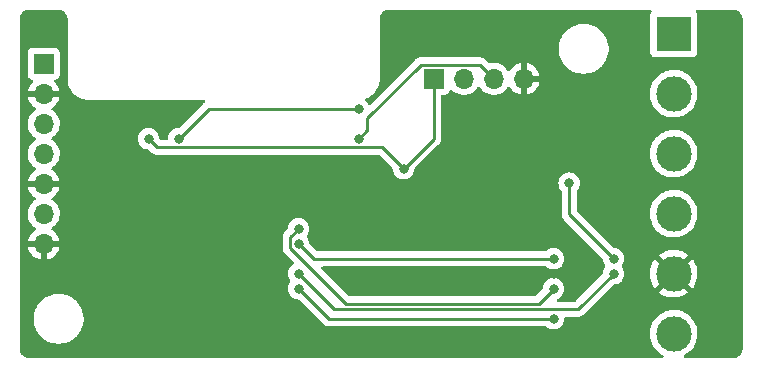
<source format=gbr>
%TF.GenerationSoftware,KiCad,Pcbnew,(6.0.11)*%
%TF.CreationDate,2023-09-13T09:35:20+02:00*%
%TF.ProjectId,WLED_ESP32_Controller,574c4544-5f45-4535-9033-325f436f6e74,rev?*%
%TF.SameCoordinates,Original*%
%TF.FileFunction,Copper,L2,Bot*%
%TF.FilePolarity,Positive*%
%FSLAX46Y46*%
G04 Gerber Fmt 4.6, Leading zero omitted, Abs format (unit mm)*
G04 Created by KiCad (PCBNEW (6.0.11)) date 2023-09-13 09:35:20*
%MOMM*%
%LPD*%
G01*
G04 APERTURE LIST*
%TA.AperFunction,ComponentPad*%
%ADD10R,1.700000X1.700000*%
%TD*%
%TA.AperFunction,ComponentPad*%
%ADD11O,1.700000X1.700000*%
%TD*%
%TA.AperFunction,ComponentPad*%
%ADD12R,3.000000X3.000000*%
%TD*%
%TA.AperFunction,ComponentPad*%
%ADD13C,3.000000*%
%TD*%
%TA.AperFunction,ViaPad*%
%ADD14C,0.800000*%
%TD*%
%TA.AperFunction,Conductor*%
%ADD15C,0.250000*%
%TD*%
G04 APERTURE END LIST*
D10*
%TO.P,J2,1,Pin_1*%
%TO.N,+3.3V*%
X123190000Y-99060000D03*
D11*
%TO.P,J2,2,Pin_2*%
%TO.N,TX0*%
X125730000Y-99060000D03*
%TO.P,J2,3,Pin_3*%
%TO.N,RX0*%
X128270000Y-99060000D03*
%TO.P,J2,4,Pin_4*%
%TO.N,GND*%
X130810000Y-99060000D03*
%TD*%
D10*
%TO.P,J3,1,Pin_1*%
%TO.N,ADC1*%
X90170000Y-97790000D03*
D11*
%TO.P,J3,2,Pin_2*%
%TO.N,GND*%
X90170000Y-100330000D03*
%TO.P,J3,3,Pin_3*%
%TO.N,+3.3V*%
X90170000Y-102870000D03*
%TO.P,J3,4,Pin_4*%
%TO.N,IN1*%
X90170000Y-105410000D03*
%TO.P,J3,5,Pin_5*%
%TO.N,GND*%
X90170000Y-107950000D03*
%TO.P,J3,6,Pin_6*%
%TO.N,IN2*%
X90170000Y-110490000D03*
%TO.P,J3,7,Pin_7*%
%TO.N,GND*%
X90170000Y-113030000D03*
%TD*%
D12*
%TO.P,J1,1,Pin_1*%
%TO.N,Net-(J1-Pad1)*%
X143510000Y-95250000D03*
D13*
%TO.P,J1,2,Pin_2*%
%TO.N,Net-(J1-Pad2)*%
X143510000Y-100330000D03*
%TO.P,J1,3,Pin_3*%
%TO.N,Net-(J1-Pad3)*%
X143510000Y-105410000D03*
%TO.P,J1,4,Pin_4*%
%TO.N,Net-(J1-Pad4)*%
X143510000Y-110490000D03*
%TO.P,J1,5,Pin_5*%
%TO.N,GND*%
X143510000Y-115570000D03*
%TO.P,J1,6,Pin_6*%
%TO.N,+5V*%
X143510000Y-120650000D03*
%TD*%
D14*
%TO.N,GND*%
X93980000Y-110490000D03*
X118110000Y-107950000D03*
X133350000Y-115570000D03*
X123190000Y-107950000D03*
%TO.N,+3.3V*%
X120650000Y-106680000D03*
X99060000Y-104140000D03*
%TO.N,RX0*%
X116840000Y-104140000D03*
%TO.N,OUT2*%
X138430000Y-114300000D03*
X134666795Y-107903205D03*
%TO.N,DATA1*%
X111760000Y-116840000D03*
X133350000Y-119380000D03*
%TO.N,DATA2*%
X138430000Y-115570000D03*
X111760000Y-115570000D03*
%TO.N,DATA3*%
X133350000Y-114300000D03*
X111760000Y-113030000D03*
%TO.N,DATA4*%
X133350000Y-116840000D03*
X111760000Y-111760000D03*
%TO.N,Net-(R5-Pad2)*%
X101600000Y-104140000D03*
X116840000Y-101600000D03*
%TD*%
D15*
%TO.N,+3.3V*%
X123190000Y-104140000D02*
X120650000Y-106680000D01*
X99785001Y-104865001D02*
X118835001Y-104865001D01*
X99060000Y-104140000D02*
X99785001Y-104865001D01*
X123190000Y-99060000D02*
X123190000Y-104140000D01*
X118835001Y-104865001D02*
X120650000Y-106680000D01*
%TO.N,RX0*%
X128270000Y-99060000D02*
X127094999Y-97884999D01*
X117565001Y-103414999D02*
X116840000Y-104140000D01*
X127094999Y-97884999D02*
X122079999Y-97884999D01*
X122079999Y-97884999D02*
X117565001Y-102399997D01*
X117565001Y-102399997D02*
X117565001Y-103414999D01*
%TO.N,OUT2*%
X134666795Y-110536795D02*
X138430000Y-114300000D01*
X134666795Y-107903205D02*
X134666795Y-110536795D01*
%TO.N,DATA1*%
X111760000Y-116840000D02*
X114300000Y-119380000D01*
X114300000Y-119380000D02*
X133350000Y-119380000D01*
%TO.N,DATA2*%
X138430000Y-115570000D02*
X135439991Y-118560009D01*
X135439991Y-118560009D02*
X114750009Y-118560009D01*
X114750009Y-118560009D02*
X111760000Y-115570000D01*
%TO.N,DATA3*%
X113030000Y-114300000D02*
X111760000Y-113030000D01*
X133350000Y-114300000D02*
X113030000Y-114300000D01*
%TO.N,DATA4*%
X111034999Y-113378001D02*
X115766998Y-118110000D01*
X111760000Y-111760000D02*
X111034999Y-112485001D01*
X132080000Y-118110000D02*
X133350000Y-116840000D01*
X111034999Y-112485001D02*
X111034999Y-113378001D01*
X115766998Y-118110000D02*
X132080000Y-118110000D01*
%TO.N,Net-(R5-Pad2)*%
X104140000Y-101600000D02*
X101600000Y-104140000D01*
X116840000Y-101600000D02*
X104140000Y-101600000D01*
%TD*%
%TA.AperFunction,Conductor*%
%TO.N,GND*%
G36*
X91410018Y-93220000D02*
G01*
X91424852Y-93222310D01*
X91424855Y-93222310D01*
X91433724Y-93223691D01*
X91443659Y-93222392D01*
X91444746Y-93222250D01*
X91473431Y-93221793D01*
X91546741Y-93229013D01*
X91576212Y-93231916D01*
X91600432Y-93236733D01*
X91719546Y-93272866D01*
X91742355Y-93282315D01*
X91852124Y-93340987D01*
X91872655Y-93354705D01*
X91968876Y-93433671D01*
X91986329Y-93451124D01*
X92065295Y-93547345D01*
X92079013Y-93567876D01*
X92137685Y-93677645D01*
X92147134Y-93700454D01*
X92183267Y-93819568D01*
X92188084Y-93843789D01*
X92197541Y-93939809D01*
X92197091Y-93955868D01*
X92197800Y-93955877D01*
X92197690Y-93964853D01*
X92196309Y-93973724D01*
X92197473Y-93982626D01*
X92197473Y-93982628D01*
X92200436Y-94005283D01*
X92201500Y-94021621D01*
X92201500Y-99010633D01*
X92200000Y-99030018D01*
X92197690Y-99044851D01*
X92197690Y-99044855D01*
X92196309Y-99053724D01*
X92197130Y-99060000D01*
X92196957Y-99060000D01*
X92215106Y-99313753D01*
X92216062Y-99318147D01*
X92267950Y-99556672D01*
X92269183Y-99562341D01*
X92270755Y-99566556D01*
X92270756Y-99566559D01*
X92327933Y-99719857D01*
X92358087Y-99800703D01*
X92480009Y-100023986D01*
X92482706Y-100027589D01*
X92482710Y-100027595D01*
X92573067Y-100148297D01*
X92632466Y-100227645D01*
X92812355Y-100407534D01*
X92842214Y-100429886D01*
X93012405Y-100557290D01*
X93012411Y-100557294D01*
X93016014Y-100559991D01*
X93019971Y-100562152D01*
X93019973Y-100562153D01*
X93056906Y-100582320D01*
X93239297Y-100681913D01*
X93243509Y-100683484D01*
X93473441Y-100769244D01*
X93473444Y-100769245D01*
X93477659Y-100770817D01*
X93482050Y-100771772D01*
X93482056Y-100771774D01*
X93652641Y-100808882D01*
X93726247Y-100824894D01*
X93730735Y-100825215D01*
X93946668Y-100840659D01*
X93958577Y-100842083D01*
X93961251Y-100842533D01*
X93962645Y-100842768D01*
X93962647Y-100842768D01*
X93967448Y-100843576D01*
X93973991Y-100843656D01*
X93975140Y-100843670D01*
X93975143Y-100843670D01*
X93980000Y-100843729D01*
X94007624Y-100839773D01*
X94025486Y-100838500D01*
X103722551Y-100838500D01*
X103790672Y-100858502D01*
X103837165Y-100912158D01*
X103847269Y-100982432D01*
X103817775Y-101047012D01*
X103786689Y-101072954D01*
X103755460Y-101091422D01*
X103755455Y-101091426D01*
X103748637Y-101095458D01*
X103734313Y-101109782D01*
X103719281Y-101122621D01*
X103702893Y-101134528D01*
X103678482Y-101164036D01*
X103674712Y-101168593D01*
X103666722Y-101177373D01*
X101649500Y-103194595D01*
X101587188Y-103228621D01*
X101560405Y-103231500D01*
X101504513Y-103231500D01*
X101498061Y-103232872D01*
X101498056Y-103232872D01*
X101411113Y-103251353D01*
X101317712Y-103271206D01*
X101311682Y-103273891D01*
X101311681Y-103273891D01*
X101149278Y-103346197D01*
X101149276Y-103346198D01*
X101143248Y-103348882D01*
X101137907Y-103352762D01*
X101137906Y-103352763D01*
X101093365Y-103385124D01*
X100988747Y-103461134D01*
X100984326Y-103466044D01*
X100984325Y-103466045D01*
X100888854Y-103572077D01*
X100860960Y-103603056D01*
X100765473Y-103768444D01*
X100706458Y-103950072D01*
X100694325Y-104065516D01*
X100688738Y-104118671D01*
X100661725Y-104184328D01*
X100603503Y-104224958D01*
X100563428Y-104231501D01*
X100099596Y-104231501D01*
X100031475Y-104211499D01*
X100010501Y-104194596D01*
X100007122Y-104191217D01*
X99973096Y-104128905D01*
X99970907Y-104115292D01*
X99965676Y-104065516D01*
X99953542Y-103950072D01*
X99894527Y-103768444D01*
X99799040Y-103603056D01*
X99771147Y-103572077D01*
X99675675Y-103466045D01*
X99675674Y-103466044D01*
X99671253Y-103461134D01*
X99566635Y-103385124D01*
X99522094Y-103352763D01*
X99522093Y-103352762D01*
X99516752Y-103348882D01*
X99510724Y-103346198D01*
X99510722Y-103346197D01*
X99348319Y-103273891D01*
X99348318Y-103273891D01*
X99342288Y-103271206D01*
X99248887Y-103251353D01*
X99161944Y-103232872D01*
X99161939Y-103232872D01*
X99155487Y-103231500D01*
X98964513Y-103231500D01*
X98958061Y-103232872D01*
X98958056Y-103232872D01*
X98871113Y-103251353D01*
X98777712Y-103271206D01*
X98771682Y-103273891D01*
X98771681Y-103273891D01*
X98609278Y-103346197D01*
X98609276Y-103346198D01*
X98603248Y-103348882D01*
X98597907Y-103352762D01*
X98597906Y-103352763D01*
X98553365Y-103385124D01*
X98448747Y-103461134D01*
X98444326Y-103466044D01*
X98444325Y-103466045D01*
X98348854Y-103572077D01*
X98320960Y-103603056D01*
X98225473Y-103768444D01*
X98166458Y-103950072D01*
X98146496Y-104140000D01*
X98147186Y-104146562D01*
X98147186Y-104146565D01*
X98165220Y-104318145D01*
X98166458Y-104329928D01*
X98225473Y-104511556D01*
X98228776Y-104517278D01*
X98228777Y-104517279D01*
X98248758Y-104551886D01*
X98320960Y-104676944D01*
X98325378Y-104681851D01*
X98325379Y-104681852D01*
X98374746Y-104736680D01*
X98448747Y-104818866D01*
X98603248Y-104931118D01*
X98609276Y-104933802D01*
X98609278Y-104933803D01*
X98703426Y-104975720D01*
X98777712Y-105008794D01*
X98871113Y-105028647D01*
X98958056Y-105047128D01*
X98958061Y-105047128D01*
X98964513Y-105048500D01*
X99020406Y-105048500D01*
X99088527Y-105068502D01*
X99109501Y-105085405D01*
X99281344Y-105257248D01*
X99288888Y-105265538D01*
X99293001Y-105272019D01*
X99298778Y-105277444D01*
X99342668Y-105318659D01*
X99345510Y-105321414D01*
X99365231Y-105341135D01*
X99368426Y-105343613D01*
X99377448Y-105351319D01*
X99409680Y-105381587D01*
X99416629Y-105385407D01*
X99427433Y-105391347D01*
X99443957Y-105402200D01*
X99459960Y-105414614D01*
X99500544Y-105432177D01*
X99511174Y-105437384D01*
X99549941Y-105458696D01*
X99557618Y-105460667D01*
X99557623Y-105460669D01*
X99569559Y-105463733D01*
X99588267Y-105470138D01*
X99606856Y-105478182D01*
X99614684Y-105479422D01*
X99614691Y-105479424D01*
X99650525Y-105485100D01*
X99662145Y-105487506D01*
X99697290Y-105496529D01*
X99704971Y-105498501D01*
X99725225Y-105498501D01*
X99744935Y-105500052D01*
X99764944Y-105503221D01*
X99772836Y-105502475D01*
X99808962Y-105499060D01*
X99820820Y-105498501D01*
X118520407Y-105498501D01*
X118588528Y-105518503D01*
X118609502Y-105535406D01*
X119702878Y-106628782D01*
X119736904Y-106691094D01*
X119739092Y-106704703D01*
X119745279Y-106763567D01*
X119755401Y-106859867D01*
X119756458Y-106869928D01*
X119815473Y-107051556D01*
X119818776Y-107057278D01*
X119818777Y-107057279D01*
X119848870Y-107109402D01*
X119910960Y-107216944D01*
X119915378Y-107221851D01*
X119915379Y-107221852D01*
X120034325Y-107353955D01*
X120038747Y-107358866D01*
X120193248Y-107471118D01*
X120199276Y-107473802D01*
X120199278Y-107473803D01*
X120343320Y-107537934D01*
X120367712Y-107548794D01*
X120461113Y-107568647D01*
X120548056Y-107587128D01*
X120548061Y-107587128D01*
X120554513Y-107588500D01*
X120745487Y-107588500D01*
X120751939Y-107587128D01*
X120751944Y-107587128D01*
X120838888Y-107568647D01*
X120932288Y-107548794D01*
X120956680Y-107537934D01*
X121100722Y-107473803D01*
X121100724Y-107473802D01*
X121106752Y-107471118D01*
X121261253Y-107358866D01*
X121265675Y-107353955D01*
X121384621Y-107221852D01*
X121384622Y-107221851D01*
X121389040Y-107216944D01*
X121451130Y-107109402D01*
X121481223Y-107057279D01*
X121481224Y-107057278D01*
X121484527Y-107051556D01*
X121543542Y-106869928D01*
X121544600Y-106859867D01*
X121554721Y-106763567D01*
X121560907Y-106704706D01*
X121587920Y-106639050D01*
X121597122Y-106628782D01*
X122836986Y-105388918D01*
X141496917Y-105388918D01*
X141512682Y-105662320D01*
X141513507Y-105666525D01*
X141513508Y-105666533D01*
X141524127Y-105720657D01*
X141565405Y-105931053D01*
X141566792Y-105935103D01*
X141566793Y-105935108D01*
X141652723Y-106186088D01*
X141654112Y-106190144D01*
X141777160Y-106434799D01*
X141779586Y-106438328D01*
X141779589Y-106438334D01*
X141929843Y-106656953D01*
X141932274Y-106660490D01*
X142116582Y-106863043D01*
X142119877Y-106865798D01*
X142119878Y-106865799D01*
X142202341Y-106934748D01*
X142326675Y-107038707D01*
X142330316Y-107040991D01*
X142555024Y-107181951D01*
X142555028Y-107181953D01*
X142558664Y-107184234D01*
X142658363Y-107229250D01*
X142804345Y-107295164D01*
X142804349Y-107295166D01*
X142808257Y-107296930D01*
X142812377Y-107298150D01*
X142812376Y-107298150D01*
X143066723Y-107373491D01*
X143066727Y-107373492D01*
X143070836Y-107374709D01*
X143075070Y-107375357D01*
X143075075Y-107375358D01*
X143337298Y-107415483D01*
X143337300Y-107415483D01*
X143341540Y-107416132D01*
X143480912Y-107418322D01*
X143611071Y-107420367D01*
X143611077Y-107420367D01*
X143615362Y-107420434D01*
X143887235Y-107387534D01*
X144152127Y-107318041D01*
X144156087Y-107316401D01*
X144156092Y-107316399D01*
X144278632Y-107265641D01*
X144405136Y-107213241D01*
X144523359Y-107144157D01*
X144637879Y-107077237D01*
X144637880Y-107077236D01*
X144641582Y-107075073D01*
X144857089Y-106906094D01*
X144892137Y-106869928D01*
X145044686Y-106712509D01*
X145047669Y-106709431D01*
X145050202Y-106705983D01*
X145050206Y-106705978D01*
X145207257Y-106492178D01*
X145209795Y-106488723D01*
X145237154Y-106438334D01*
X145338418Y-106251830D01*
X145338419Y-106251828D01*
X145340468Y-106248054D01*
X145437269Y-105991877D01*
X145462107Y-105883427D01*
X145497449Y-105729117D01*
X145497450Y-105729113D01*
X145498407Y-105724933D01*
X145500363Y-105703023D01*
X145522531Y-105454627D01*
X145522531Y-105454625D01*
X145522751Y-105452161D01*
X145523193Y-105410000D01*
X145522048Y-105393198D01*
X145504859Y-105141055D01*
X145504858Y-105141049D01*
X145504567Y-105136778D01*
X145449032Y-104868612D01*
X145357617Y-104610465D01*
X145253428Y-104408603D01*
X145233978Y-104370919D01*
X145233978Y-104370918D01*
X145232013Y-104367112D01*
X145223812Y-104355442D01*
X145135614Y-104229950D01*
X145074545Y-104143057D01*
X144956854Y-104016406D01*
X144891046Y-103945588D01*
X144891043Y-103945585D01*
X144888125Y-103942445D01*
X144884810Y-103939731D01*
X144884806Y-103939728D01*
X144693775Y-103783371D01*
X144676205Y-103768990D01*
X144442704Y-103625901D01*
X144431157Y-103620832D01*
X144195873Y-103517549D01*
X144195869Y-103517548D01*
X144191945Y-103515825D01*
X143928566Y-103440800D01*
X143924324Y-103440196D01*
X143924318Y-103440195D01*
X143723834Y-103411662D01*
X143657443Y-103402213D01*
X143513589Y-103401460D01*
X143387877Y-103400802D01*
X143387871Y-103400802D01*
X143383591Y-103400780D01*
X143379347Y-103401339D01*
X143379343Y-103401339D01*
X143260302Y-103417011D01*
X143112078Y-103436525D01*
X143107938Y-103437658D01*
X143107936Y-103437658D01*
X143044311Y-103455064D01*
X142847928Y-103508788D01*
X142843980Y-103510472D01*
X142599982Y-103614546D01*
X142599978Y-103614548D01*
X142596030Y-103616232D01*
X142497688Y-103675088D01*
X142364725Y-103754664D01*
X142364721Y-103754667D01*
X142361043Y-103756868D01*
X142147318Y-103928094D01*
X142089291Y-103989242D01*
X141969674Y-104115292D01*
X141958808Y-104126742D01*
X141799002Y-104349136D01*
X141670857Y-104591161D01*
X141669385Y-104595184D01*
X141669383Y-104595188D01*
X141589325Y-104813955D01*
X141576743Y-104848337D01*
X141518404Y-105115907D01*
X141496917Y-105388918D01*
X122836986Y-105388918D01*
X123582247Y-104643657D01*
X123590537Y-104636113D01*
X123597018Y-104632000D01*
X123643659Y-104582332D01*
X123646413Y-104579491D01*
X123666134Y-104559770D01*
X123668612Y-104556575D01*
X123676318Y-104547553D01*
X123701158Y-104521101D01*
X123706586Y-104515321D01*
X123716346Y-104497568D01*
X123727199Y-104481045D01*
X123734753Y-104471306D01*
X123739613Y-104465041D01*
X123757176Y-104424457D01*
X123762383Y-104413827D01*
X123783695Y-104375060D01*
X123785666Y-104367383D01*
X123785668Y-104367378D01*
X123788732Y-104355442D01*
X123795138Y-104336730D01*
X123796372Y-104333880D01*
X123803181Y-104318145D01*
X123810097Y-104274481D01*
X123812504Y-104262860D01*
X123821528Y-104227711D01*
X123821528Y-104227710D01*
X123823500Y-104220030D01*
X123823500Y-104199769D01*
X123825051Y-104180058D01*
X123826979Y-104167885D01*
X123828219Y-104160057D01*
X123824059Y-104116046D01*
X123823500Y-104104189D01*
X123823500Y-100544500D01*
X123843502Y-100476379D01*
X123897158Y-100429886D01*
X123949500Y-100418500D01*
X124088134Y-100418500D01*
X124150316Y-100411745D01*
X124286705Y-100360615D01*
X124403261Y-100273261D01*
X124490615Y-100156705D01*
X124512799Y-100097529D01*
X124534598Y-100039382D01*
X124577240Y-99982618D01*
X124643802Y-99957918D01*
X124713150Y-99973126D01*
X124747817Y-100001114D01*
X124776250Y-100033938D01*
X124948126Y-100176632D01*
X125141000Y-100289338D01*
X125349692Y-100369030D01*
X125354760Y-100370061D01*
X125354763Y-100370062D01*
X125449862Y-100389410D01*
X125568597Y-100413567D01*
X125573772Y-100413757D01*
X125573774Y-100413757D01*
X125786673Y-100421564D01*
X125786677Y-100421564D01*
X125791837Y-100421753D01*
X125796957Y-100421097D01*
X125796959Y-100421097D01*
X126008288Y-100394025D01*
X126008289Y-100394025D01*
X126013416Y-100393368D01*
X126018366Y-100391883D01*
X126222429Y-100330661D01*
X126222434Y-100330659D01*
X126227384Y-100329174D01*
X126427994Y-100230896D01*
X126609860Y-100101173D01*
X126646980Y-100064183D01*
X126753616Y-99957918D01*
X126768096Y-99943489D01*
X126855754Y-99821500D01*
X126898453Y-99762077D01*
X126899776Y-99763028D01*
X126946645Y-99719857D01*
X127016580Y-99707625D01*
X127082026Y-99735144D01*
X127109875Y-99766994D01*
X127169987Y-99865088D01*
X127316250Y-100033938D01*
X127488126Y-100176632D01*
X127681000Y-100289338D01*
X127889692Y-100369030D01*
X127894760Y-100370061D01*
X127894763Y-100370062D01*
X127989862Y-100389410D01*
X128108597Y-100413567D01*
X128113772Y-100413757D01*
X128113774Y-100413757D01*
X128326673Y-100421564D01*
X128326677Y-100421564D01*
X128331837Y-100421753D01*
X128336957Y-100421097D01*
X128336959Y-100421097D01*
X128548288Y-100394025D01*
X128548289Y-100394025D01*
X128553416Y-100393368D01*
X128558366Y-100391883D01*
X128762429Y-100330661D01*
X128762434Y-100330659D01*
X128767384Y-100329174D01*
X128967994Y-100230896D01*
X129149860Y-100101173D01*
X129186980Y-100064183D01*
X129293616Y-99957918D01*
X129308096Y-99943489D01*
X129395754Y-99821500D01*
X129438453Y-99762077D01*
X129439640Y-99762930D01*
X129486960Y-99719362D01*
X129556897Y-99707145D01*
X129622338Y-99734678D01*
X129650166Y-99766511D01*
X129707694Y-99860388D01*
X129713777Y-99868699D01*
X129853213Y-100029667D01*
X129860580Y-100036883D01*
X130024434Y-100172916D01*
X130032881Y-100178831D01*
X130216756Y-100286279D01*
X130226042Y-100290729D01*
X130425001Y-100366703D01*
X130434899Y-100369579D01*
X130538250Y-100390606D01*
X130552299Y-100389410D01*
X130556000Y-100379065D01*
X130556000Y-100378517D01*
X131064000Y-100378517D01*
X131068064Y-100392359D01*
X131081478Y-100394393D01*
X131088184Y-100393534D01*
X131098262Y-100391392D01*
X131302255Y-100330191D01*
X131311842Y-100326433D01*
X131347595Y-100308918D01*
X141496917Y-100308918D01*
X141512682Y-100582320D01*
X141513507Y-100586525D01*
X141513508Y-100586533D01*
X141542135Y-100732446D01*
X141565405Y-100851053D01*
X141566792Y-100855103D01*
X141566793Y-100855108D01*
X141641379Y-101072954D01*
X141654112Y-101110144D01*
X141777160Y-101354799D01*
X141779586Y-101358328D01*
X141779589Y-101358334D01*
X141907164Y-101543955D01*
X141932274Y-101580490D01*
X141935161Y-101583663D01*
X141935162Y-101583664D01*
X142070229Y-101732101D01*
X142116582Y-101783043D01*
X142326675Y-101958707D01*
X142330316Y-101960991D01*
X142555024Y-102101951D01*
X142555028Y-102101953D01*
X142558664Y-102104234D01*
X142626544Y-102134883D01*
X142804345Y-102215164D01*
X142804349Y-102215166D01*
X142808257Y-102216930D01*
X142812377Y-102218150D01*
X142812376Y-102218150D01*
X143066723Y-102293491D01*
X143066727Y-102293492D01*
X143070836Y-102294709D01*
X143075070Y-102295357D01*
X143075075Y-102295358D01*
X143337298Y-102335483D01*
X143337300Y-102335483D01*
X143341540Y-102336132D01*
X143480912Y-102338322D01*
X143611071Y-102340367D01*
X143611077Y-102340367D01*
X143615362Y-102340434D01*
X143887235Y-102307534D01*
X144152127Y-102238041D01*
X144156087Y-102236401D01*
X144156092Y-102236399D01*
X144278632Y-102185641D01*
X144405136Y-102133241D01*
X144567647Y-102038277D01*
X144637879Y-101997237D01*
X144637880Y-101997236D01*
X144641582Y-101995073D01*
X144857089Y-101826094D01*
X144898809Y-101783043D01*
X145044686Y-101632509D01*
X145047669Y-101629431D01*
X145050202Y-101625983D01*
X145050206Y-101625978D01*
X145207257Y-101412178D01*
X145209795Y-101408723D01*
X145237154Y-101358334D01*
X145338418Y-101171830D01*
X145338419Y-101171828D01*
X145340468Y-101168054D01*
X145416629Y-100966500D01*
X145435751Y-100915895D01*
X145435752Y-100915891D01*
X145437269Y-100911877D01*
X145476113Y-100742275D01*
X145497449Y-100649117D01*
X145497450Y-100649113D01*
X145498407Y-100644933D01*
X145500373Y-100622910D01*
X145522531Y-100374627D01*
X145522531Y-100374625D01*
X145522751Y-100372161D01*
X145523193Y-100330000D01*
X145520243Y-100286731D01*
X145504859Y-100061055D01*
X145504858Y-100061049D01*
X145504567Y-100056778D01*
X145500965Y-100039382D01*
X145465617Y-99868699D01*
X145449032Y-99788612D01*
X145357617Y-99530465D01*
X145245891Y-99314000D01*
X145233978Y-99290919D01*
X145233978Y-99290918D01*
X145232013Y-99287112D01*
X145222040Y-99272921D01*
X145124915Y-99134726D01*
X145074545Y-99063057D01*
X145004466Y-98987643D01*
X144891046Y-98865588D01*
X144891043Y-98865585D01*
X144888125Y-98862445D01*
X144884810Y-98859731D01*
X144884806Y-98859728D01*
X144679523Y-98691706D01*
X144676205Y-98688990D01*
X144458489Y-98555574D01*
X144446366Y-98548145D01*
X144446365Y-98548145D01*
X144442704Y-98545901D01*
X144438768Y-98544173D01*
X144195873Y-98437549D01*
X144195869Y-98437548D01*
X144191945Y-98435825D01*
X143928566Y-98360800D01*
X143924324Y-98360196D01*
X143924318Y-98360195D01*
X143710154Y-98329715D01*
X143657443Y-98322213D01*
X143513589Y-98321460D01*
X143387877Y-98320802D01*
X143387871Y-98320802D01*
X143383591Y-98320780D01*
X143379347Y-98321339D01*
X143379343Y-98321339D01*
X143260302Y-98337011D01*
X143112078Y-98356525D01*
X143107938Y-98357658D01*
X143107936Y-98357658D01*
X143035008Y-98377609D01*
X142847928Y-98428788D01*
X142843980Y-98430472D01*
X142599982Y-98534546D01*
X142599978Y-98534548D01*
X142596030Y-98536232D01*
X142563712Y-98555574D01*
X142364725Y-98674664D01*
X142364721Y-98674667D01*
X142361043Y-98676868D01*
X142147318Y-98848094D01*
X142035964Y-98965436D01*
X141994964Y-99008642D01*
X141958808Y-99046742D01*
X141799002Y-99269136D01*
X141670857Y-99511161D01*
X141669385Y-99515184D01*
X141669383Y-99515188D01*
X141588890Y-99735144D01*
X141576743Y-99768337D01*
X141518404Y-100035907D01*
X141518068Y-100040177D01*
X141498349Y-100290729D01*
X141496917Y-100308918D01*
X131347595Y-100308918D01*
X131503095Y-100232739D01*
X131511945Y-100227464D01*
X131685328Y-100103792D01*
X131693200Y-100097139D01*
X131844052Y-99946812D01*
X131850730Y-99938965D01*
X131975003Y-99766020D01*
X131980313Y-99757183D01*
X132074670Y-99566267D01*
X132078469Y-99556672D01*
X132140377Y-99352910D01*
X132142555Y-99342837D01*
X132143986Y-99331962D01*
X132141775Y-99317778D01*
X132128617Y-99314000D01*
X131082115Y-99314000D01*
X131066876Y-99318475D01*
X131065671Y-99319865D01*
X131064000Y-99327548D01*
X131064000Y-100378517D01*
X130556000Y-100378517D01*
X130556000Y-98787885D01*
X131064000Y-98787885D01*
X131068475Y-98803124D01*
X131069865Y-98804329D01*
X131077548Y-98806000D01*
X132128344Y-98806000D01*
X132141875Y-98802027D01*
X132143180Y-98792947D01*
X132101214Y-98625875D01*
X132097894Y-98616124D01*
X132012972Y-98420814D01*
X132008105Y-98411739D01*
X131892426Y-98232926D01*
X131886136Y-98224757D01*
X131742806Y-98067240D01*
X131735273Y-98060215D01*
X131568139Y-97928222D01*
X131559552Y-97922517D01*
X131373117Y-97819599D01*
X131363705Y-97815369D01*
X131162959Y-97744280D01*
X131152988Y-97741646D01*
X131081837Y-97728972D01*
X131068540Y-97730432D01*
X131064000Y-97744989D01*
X131064000Y-98787885D01*
X130556000Y-98787885D01*
X130556000Y-97743102D01*
X130552082Y-97729758D01*
X130537806Y-97727771D01*
X130499324Y-97733660D01*
X130489288Y-97736051D01*
X130286868Y-97802212D01*
X130277359Y-97806209D01*
X130088463Y-97904542D01*
X130079738Y-97910036D01*
X129909433Y-98037905D01*
X129901726Y-98044748D01*
X129754590Y-98198717D01*
X129748109Y-98206722D01*
X129643498Y-98360074D01*
X129588587Y-98405076D01*
X129518062Y-98413247D01*
X129454315Y-98381993D01*
X129433618Y-98357509D01*
X129352822Y-98232617D01*
X129352820Y-98232614D01*
X129350014Y-98228277D01*
X129199670Y-98063051D01*
X129195619Y-98059852D01*
X129195615Y-98059848D01*
X129028414Y-97927800D01*
X129028410Y-97927798D01*
X129024359Y-97924598D01*
X128988028Y-97904542D01*
X128972136Y-97895769D01*
X128828789Y-97816638D01*
X128823920Y-97814914D01*
X128823916Y-97814912D01*
X128623087Y-97743795D01*
X128623083Y-97743794D01*
X128618212Y-97742069D01*
X128613119Y-97741162D01*
X128613116Y-97741161D01*
X128403373Y-97703800D01*
X128403367Y-97703799D01*
X128398284Y-97702894D01*
X128324452Y-97701992D01*
X128180081Y-97700228D01*
X128180079Y-97700228D01*
X128174911Y-97700165D01*
X127954091Y-97733955D01*
X127941532Y-97738060D01*
X127870568Y-97740210D01*
X127813294Y-97707389D01*
X127598651Y-97492746D01*
X127591111Y-97484460D01*
X127586999Y-97477981D01*
X127537347Y-97431355D01*
X127534506Y-97428601D01*
X127514769Y-97408864D01*
X127511572Y-97406384D01*
X127502550Y-97398679D01*
X127489115Y-97386063D01*
X127470320Y-97368413D01*
X127463374Y-97364594D01*
X127463371Y-97364592D01*
X127452565Y-97358651D01*
X127436046Y-97347800D01*
X127435582Y-97347440D01*
X127420040Y-97335385D01*
X127412771Y-97332240D01*
X127412767Y-97332237D01*
X127379462Y-97317825D01*
X127368812Y-97312608D01*
X127330059Y-97291304D01*
X127310436Y-97286266D01*
X127291733Y-97279862D01*
X127280419Y-97274966D01*
X127280418Y-97274966D01*
X127273144Y-97271818D01*
X127265321Y-97270579D01*
X127265311Y-97270576D01*
X127229475Y-97264900D01*
X127217855Y-97262494D01*
X127182710Y-97253471D01*
X127182709Y-97253471D01*
X127175029Y-97251499D01*
X127154775Y-97251499D01*
X127135064Y-97249948D01*
X127132533Y-97249547D01*
X127115056Y-97246779D01*
X127107164Y-97247525D01*
X127071038Y-97250940D01*
X127059180Y-97251499D01*
X122158762Y-97251499D01*
X122147578Y-97250972D01*
X122140090Y-97249298D01*
X122132167Y-97249547D01*
X122072032Y-97251437D01*
X122068074Y-97251499D01*
X122040143Y-97251499D01*
X122036228Y-97251994D01*
X122036224Y-97251994D01*
X122036166Y-97252002D01*
X122036137Y-97252005D01*
X122024295Y-97252938D01*
X121980109Y-97254326D01*
X121965741Y-97258500D01*
X121960657Y-97259977D01*
X121941305Y-97263985D01*
X121929067Y-97265531D01*
X121929065Y-97265532D01*
X121921202Y-97266525D01*
X121880085Y-97282805D01*
X121868884Y-97286640D01*
X121826405Y-97298981D01*
X121819586Y-97303014D01*
X121819581Y-97303016D01*
X121808970Y-97309292D01*
X121791220Y-97317989D01*
X121772382Y-97325447D01*
X121765966Y-97330108D01*
X121765965Y-97330109D01*
X121736624Y-97351427D01*
X121726700Y-97357946D01*
X121695459Y-97376421D01*
X121695454Y-97376425D01*
X121688636Y-97380457D01*
X121674312Y-97394781D01*
X121659280Y-97407620D01*
X121642892Y-97419527D01*
X121614711Y-97453592D01*
X121606721Y-97462372D01*
X117851443Y-101217650D01*
X117789131Y-101251676D01*
X117718316Y-101246611D01*
X117661480Y-101204064D01*
X117653229Y-101191555D01*
X117637341Y-101164036D01*
X117579040Y-101063056D01*
X117451253Y-100921134D01*
X117451964Y-100920494D01*
X117417783Y-100865009D01*
X117419137Y-100794025D01*
X117458652Y-100735042D01*
X117495301Y-100713766D01*
X117576496Y-100683482D01*
X117580703Y-100681913D01*
X117763094Y-100582320D01*
X117800027Y-100562153D01*
X117800029Y-100562152D01*
X117803986Y-100559991D01*
X117807589Y-100557294D01*
X117807595Y-100557290D01*
X117977786Y-100429886D01*
X118007645Y-100407534D01*
X118187534Y-100227645D01*
X118246933Y-100148297D01*
X118337290Y-100027595D01*
X118337294Y-100027589D01*
X118339991Y-100023986D01*
X118461913Y-99800703D01*
X118492067Y-99719857D01*
X118549244Y-99566559D01*
X118549245Y-99566556D01*
X118550817Y-99562341D01*
X118552051Y-99556672D01*
X118603938Y-99318147D01*
X118604894Y-99313753D01*
X118612281Y-99210471D01*
X118620659Y-99093332D01*
X118622084Y-99081418D01*
X118622768Y-99077355D01*
X118622768Y-99077353D01*
X118623576Y-99072552D01*
X118623729Y-99060000D01*
X118619773Y-99032376D01*
X118618500Y-99014514D01*
X118618500Y-96652703D01*
X133780743Y-96652703D01*
X133818268Y-96937734D01*
X133894129Y-97215036D01*
X133895813Y-97218984D01*
X133979366Y-97414869D01*
X134006923Y-97479476D01*
X134018693Y-97499142D01*
X134139003Y-97700165D01*
X134154561Y-97726161D01*
X134334313Y-97950528D01*
X134542851Y-98148423D01*
X134776317Y-98316186D01*
X134780112Y-98318195D01*
X134780113Y-98318196D01*
X134801869Y-98329715D01*
X135030392Y-98450712D01*
X135300373Y-98549511D01*
X135581264Y-98610755D01*
X135609841Y-98613004D01*
X135804282Y-98628307D01*
X135804291Y-98628307D01*
X135806739Y-98628500D01*
X135962271Y-98628500D01*
X135964407Y-98628354D01*
X135964418Y-98628354D01*
X136172548Y-98614165D01*
X136172554Y-98614164D01*
X136176825Y-98613873D01*
X136181020Y-98613004D01*
X136181022Y-98613004D01*
X136317584Y-98584723D01*
X136458342Y-98555574D01*
X136729343Y-98459607D01*
X136984812Y-98327750D01*
X136988313Y-98325289D01*
X136988317Y-98325287D01*
X137168407Y-98198717D01*
X137220023Y-98162441D01*
X137322471Y-98067240D01*
X137427479Y-97969661D01*
X137427481Y-97969658D01*
X137430622Y-97966740D01*
X137612713Y-97744268D01*
X137762927Y-97499142D01*
X137774598Y-97472556D01*
X137876757Y-97239830D01*
X137878483Y-97235898D01*
X137957244Y-96959406D01*
X137997751Y-96674784D01*
X137997845Y-96656951D01*
X137999235Y-96391583D01*
X137999235Y-96391576D01*
X137999257Y-96387297D01*
X137961732Y-96102266D01*
X137885871Y-95824964D01*
X137773077Y-95560524D01*
X137625439Y-95313839D01*
X137445687Y-95089472D01*
X137237149Y-94891577D01*
X137003683Y-94723814D01*
X136981843Y-94712250D01*
X136958654Y-94699972D01*
X136749608Y-94589288D01*
X136479627Y-94490489D01*
X136198736Y-94429245D01*
X136167685Y-94426801D01*
X135975718Y-94411693D01*
X135975709Y-94411693D01*
X135973261Y-94411500D01*
X135817729Y-94411500D01*
X135815593Y-94411646D01*
X135815582Y-94411646D01*
X135607452Y-94425835D01*
X135607446Y-94425836D01*
X135603175Y-94426127D01*
X135598980Y-94426996D01*
X135598978Y-94426996D01*
X135462416Y-94455277D01*
X135321658Y-94484426D01*
X135050657Y-94580393D01*
X134795188Y-94712250D01*
X134791687Y-94714711D01*
X134791683Y-94714713D01*
X134781594Y-94721804D01*
X134559977Y-94877559D01*
X134349378Y-95073260D01*
X134167287Y-95295732D01*
X134017073Y-95540858D01*
X133901517Y-95804102D01*
X133822756Y-96080594D01*
X133782249Y-96365216D01*
X133782227Y-96369505D01*
X133782226Y-96369512D01*
X133781103Y-96583919D01*
X133780743Y-96652703D01*
X118618500Y-96652703D01*
X118618500Y-94033250D01*
X118620246Y-94012345D01*
X118622770Y-93997344D01*
X118622770Y-93997341D01*
X118623576Y-93992552D01*
X118623729Y-93980000D01*
X118622788Y-93973429D01*
X118622123Y-93943218D01*
X118631916Y-93843789D01*
X118636733Y-93819568D01*
X118672866Y-93700454D01*
X118682315Y-93677645D01*
X118740987Y-93567876D01*
X118754705Y-93547345D01*
X118833671Y-93451124D01*
X118851124Y-93433671D01*
X118947345Y-93354705D01*
X118967876Y-93340987D01*
X119077645Y-93282315D01*
X119100454Y-93272866D01*
X119219568Y-93236733D01*
X119243789Y-93231916D01*
X119339809Y-93222459D01*
X119355868Y-93222909D01*
X119355877Y-93222200D01*
X119364853Y-93222310D01*
X119373724Y-93223691D01*
X119382626Y-93222527D01*
X119382628Y-93222527D01*
X119399059Y-93220378D01*
X119405286Y-93219564D01*
X119421621Y-93218500D01*
X141520937Y-93218500D01*
X141589058Y-93238502D01*
X141635551Y-93292158D01*
X141645655Y-93362432D01*
X141621764Y-93420064D01*
X141559385Y-93503295D01*
X141508255Y-93639684D01*
X141501500Y-93701866D01*
X141501500Y-96798134D01*
X141508255Y-96860316D01*
X141559385Y-96996705D01*
X141646739Y-97113261D01*
X141763295Y-97200615D01*
X141899684Y-97251745D01*
X141961866Y-97258500D01*
X145058134Y-97258500D01*
X145120316Y-97251745D01*
X145256705Y-97200615D01*
X145373261Y-97113261D01*
X145460615Y-96996705D01*
X145511745Y-96860316D01*
X145518500Y-96798134D01*
X145518500Y-93701866D01*
X145511745Y-93639684D01*
X145460615Y-93503295D01*
X145398237Y-93420064D01*
X145373389Y-93353559D01*
X145388442Y-93284177D01*
X145438616Y-93233946D01*
X145499063Y-93218500D01*
X148540633Y-93218500D01*
X148560018Y-93220000D01*
X148574852Y-93222310D01*
X148574855Y-93222310D01*
X148583724Y-93223691D01*
X148593659Y-93222392D01*
X148594746Y-93222250D01*
X148623431Y-93221793D01*
X148696741Y-93229013D01*
X148726212Y-93231916D01*
X148750432Y-93236733D01*
X148869546Y-93272866D01*
X148892355Y-93282315D01*
X149002124Y-93340987D01*
X149022655Y-93354705D01*
X149118876Y-93433671D01*
X149136329Y-93451124D01*
X149215295Y-93547345D01*
X149229013Y-93567876D01*
X149287685Y-93677645D01*
X149297134Y-93700454D01*
X149333267Y-93819568D01*
X149338084Y-93843789D01*
X149347541Y-93939809D01*
X149347091Y-93955868D01*
X149347800Y-93955877D01*
X149347690Y-93964853D01*
X149346309Y-93973724D01*
X149347473Y-93982626D01*
X149347473Y-93982628D01*
X149350436Y-94005283D01*
X149351500Y-94021621D01*
X149351500Y-121870633D01*
X149350000Y-121890018D01*
X149348370Y-121900490D01*
X149346309Y-121913724D01*
X149347473Y-121922626D01*
X149347750Y-121924746D01*
X149348207Y-121953431D01*
X149347289Y-121962755D01*
X149338084Y-122056212D01*
X149333267Y-122080432D01*
X149297134Y-122199546D01*
X149287685Y-122222355D01*
X149229013Y-122332124D01*
X149215295Y-122352655D01*
X149136329Y-122448876D01*
X149118876Y-122466329D01*
X149022655Y-122545295D01*
X149002124Y-122559013D01*
X148892355Y-122617685D01*
X148869546Y-122627134D01*
X148750432Y-122663267D01*
X148726211Y-122668084D01*
X148630191Y-122677541D01*
X148614132Y-122677091D01*
X148614123Y-122677800D01*
X148605147Y-122677690D01*
X148596276Y-122676309D01*
X148587374Y-122677473D01*
X148587372Y-122677473D01*
X148574856Y-122679110D01*
X148564714Y-122680436D01*
X148548379Y-122681500D01*
X144479880Y-122681500D01*
X144411759Y-122661498D01*
X144365266Y-122607842D01*
X144355162Y-122537568D01*
X144384656Y-122472988D01*
X144416309Y-122446712D01*
X144637879Y-122317237D01*
X144637880Y-122317236D01*
X144641582Y-122315073D01*
X144857089Y-122146094D01*
X144898809Y-122103043D01*
X145044686Y-121952509D01*
X145047669Y-121949431D01*
X145050202Y-121945983D01*
X145050206Y-121945978D01*
X145207257Y-121732178D01*
X145209795Y-121728723D01*
X145237154Y-121678334D01*
X145338418Y-121491830D01*
X145338419Y-121491828D01*
X145340468Y-121488054D01*
X145404862Y-121317641D01*
X145435751Y-121235895D01*
X145435752Y-121235891D01*
X145437269Y-121231877D01*
X145498407Y-120964933D01*
X145511037Y-120823421D01*
X145522531Y-120694627D01*
X145522531Y-120694625D01*
X145522751Y-120692161D01*
X145523193Y-120650000D01*
X145520302Y-120607586D01*
X145504859Y-120381055D01*
X145504858Y-120381049D01*
X145504567Y-120376778D01*
X145449032Y-120108612D01*
X145357617Y-119850465D01*
X145232013Y-119607112D01*
X145222040Y-119592921D01*
X145077008Y-119386562D01*
X145074545Y-119383057D01*
X145004466Y-119307643D01*
X144891046Y-119185588D01*
X144891043Y-119185585D01*
X144888125Y-119182445D01*
X144884810Y-119179731D01*
X144884806Y-119179728D01*
X144679523Y-119011706D01*
X144676205Y-119008990D01*
X144442704Y-118865901D01*
X144438768Y-118864173D01*
X144195873Y-118757549D01*
X144195869Y-118757548D01*
X144191945Y-118755825D01*
X143928566Y-118680800D01*
X143924324Y-118680196D01*
X143924318Y-118680195D01*
X143723834Y-118651662D01*
X143657443Y-118642213D01*
X143513589Y-118641460D01*
X143387877Y-118640802D01*
X143387871Y-118640802D01*
X143383591Y-118640780D01*
X143379347Y-118641339D01*
X143379343Y-118641339D01*
X143260302Y-118657011D01*
X143112078Y-118676525D01*
X143107938Y-118677658D01*
X143107936Y-118677658D01*
X143081230Y-118684964D01*
X142847928Y-118748788D01*
X142843980Y-118750472D01*
X142599982Y-118854546D01*
X142599978Y-118854548D01*
X142596030Y-118856232D01*
X142576125Y-118868145D01*
X142364725Y-118994664D01*
X142364721Y-118994667D01*
X142361043Y-118996868D01*
X142147318Y-119168094D01*
X142035964Y-119285436D01*
X141991131Y-119332681D01*
X141958808Y-119366742D01*
X141799002Y-119589136D01*
X141670857Y-119831161D01*
X141669385Y-119835184D01*
X141669383Y-119835188D01*
X141580166Y-120078984D01*
X141576743Y-120088337D01*
X141518404Y-120355907D01*
X141496917Y-120628918D01*
X141512682Y-120902320D01*
X141513507Y-120906525D01*
X141513508Y-120906533D01*
X141535676Y-121019522D01*
X141565405Y-121171053D01*
X141566792Y-121175103D01*
X141566793Y-121175108D01*
X141649421Y-121416443D01*
X141654112Y-121430144D01*
X141777160Y-121674799D01*
X141779586Y-121678328D01*
X141779589Y-121678334D01*
X141911754Y-121870633D01*
X141932274Y-121900490D01*
X141935161Y-121903663D01*
X141935162Y-121903664D01*
X141976807Y-121949431D01*
X142116582Y-122103043D01*
X142326675Y-122278707D01*
X142330316Y-122280991D01*
X142555024Y-122421951D01*
X142555028Y-122421953D01*
X142558664Y-122424234D01*
X142592677Y-122439592D01*
X142595050Y-122440663D01*
X142648904Y-122486926D01*
X142669198Y-122554960D01*
X142649488Y-122623166D01*
X142596032Y-122669888D01*
X142543199Y-122681500D01*
X88949367Y-122681500D01*
X88929982Y-122680000D01*
X88915148Y-122677690D01*
X88915145Y-122677690D01*
X88906276Y-122676309D01*
X88896341Y-122677608D01*
X88895254Y-122677750D01*
X88866569Y-122678207D01*
X88793259Y-122670987D01*
X88763788Y-122668084D01*
X88739568Y-122663267D01*
X88620454Y-122627134D01*
X88597645Y-122617685D01*
X88487876Y-122559013D01*
X88467345Y-122545295D01*
X88371124Y-122466329D01*
X88353671Y-122448876D01*
X88274705Y-122352655D01*
X88260987Y-122332124D01*
X88202315Y-122222355D01*
X88192866Y-122199546D01*
X88156733Y-122080432D01*
X88151916Y-122056212D01*
X88142711Y-121962755D01*
X88142607Y-121939151D01*
X88142768Y-121937354D01*
X88143576Y-121932552D01*
X88143729Y-121920000D01*
X88139773Y-121892376D01*
X88138500Y-121874514D01*
X88138500Y-119512703D01*
X89330743Y-119512703D01*
X89331302Y-119516947D01*
X89331302Y-119516951D01*
X89341304Y-119592921D01*
X89368268Y-119797734D01*
X89369401Y-119801874D01*
X89369401Y-119801876D01*
X89383478Y-119853332D01*
X89444129Y-120075036D01*
X89445813Y-120078984D01*
X89535180Y-120288500D01*
X89556923Y-120339476D01*
X89704561Y-120586161D01*
X89884313Y-120810528D01*
X90092851Y-121008423D01*
X90326317Y-121176186D01*
X90330112Y-121178195D01*
X90330113Y-121178196D01*
X90351869Y-121189715D01*
X90580392Y-121310712D01*
X90850373Y-121409511D01*
X91131264Y-121470755D01*
X91159841Y-121473004D01*
X91354282Y-121488307D01*
X91354291Y-121488307D01*
X91356739Y-121488500D01*
X91512271Y-121488500D01*
X91514407Y-121488354D01*
X91514418Y-121488354D01*
X91722548Y-121474165D01*
X91722554Y-121474164D01*
X91726825Y-121473873D01*
X91731020Y-121473004D01*
X91731022Y-121473004D01*
X91919486Y-121433975D01*
X92008342Y-121415574D01*
X92279343Y-121319607D01*
X92534812Y-121187750D01*
X92538313Y-121185289D01*
X92538317Y-121185287D01*
X92652418Y-121105095D01*
X92770023Y-121022441D01*
X92894755Y-120906533D01*
X92977479Y-120829661D01*
X92977481Y-120829658D01*
X92980622Y-120826740D01*
X93162713Y-120604268D01*
X93312927Y-120359142D01*
X93428483Y-120095898D01*
X93441689Y-120049540D01*
X93479387Y-119917199D01*
X93507244Y-119819406D01*
X93547751Y-119534784D01*
X93547845Y-119516951D01*
X93549235Y-119251583D01*
X93549235Y-119251576D01*
X93549257Y-119247297D01*
X93541987Y-119192071D01*
X93520054Y-119025481D01*
X93511732Y-118962266D01*
X93435871Y-118684964D01*
X93323077Y-118420524D01*
X93175439Y-118173839D01*
X92995687Y-117949472D01*
X92872289Y-117832372D01*
X92790258Y-117754527D01*
X92790255Y-117754525D01*
X92787149Y-117751577D01*
X92553683Y-117583814D01*
X92546229Y-117579867D01*
X92508654Y-117559972D01*
X92299608Y-117449288D01*
X92164617Y-117399888D01*
X92033658Y-117351964D01*
X92033656Y-117351963D01*
X92029627Y-117350489D01*
X91748736Y-117289245D01*
X91717685Y-117286801D01*
X91525718Y-117271693D01*
X91525709Y-117271693D01*
X91523261Y-117271500D01*
X91367729Y-117271500D01*
X91365593Y-117271646D01*
X91365582Y-117271646D01*
X91157452Y-117285835D01*
X91157446Y-117285836D01*
X91153175Y-117286127D01*
X91148980Y-117286996D01*
X91148978Y-117286996D01*
X91012417Y-117315276D01*
X90871658Y-117344426D01*
X90600657Y-117440393D01*
X90596848Y-117442359D01*
X90417613Y-117534869D01*
X90345188Y-117572250D01*
X90341687Y-117574711D01*
X90341683Y-117574713D01*
X90334350Y-117579867D01*
X90109977Y-117737559D01*
X90061532Y-117782577D01*
X89928168Y-117906507D01*
X89899378Y-117933260D01*
X89717287Y-118155732D01*
X89567073Y-118400858D01*
X89451517Y-118664102D01*
X89450342Y-118668229D01*
X89450341Y-118668230D01*
X89426914Y-118750472D01*
X89372756Y-118940594D01*
X89358151Y-119043216D01*
X89336484Y-119195462D01*
X89332249Y-119225216D01*
X89332227Y-119229505D01*
X89332226Y-119229512D01*
X89330765Y-119508417D01*
X89330743Y-119512703D01*
X88138500Y-119512703D01*
X88138500Y-113297966D01*
X88838257Y-113297966D01*
X88868565Y-113432446D01*
X88871645Y-113442275D01*
X88951770Y-113639603D01*
X88956413Y-113648794D01*
X89067694Y-113830388D01*
X89073777Y-113838699D01*
X89213213Y-113999667D01*
X89220580Y-114006883D01*
X89384434Y-114142916D01*
X89392881Y-114148831D01*
X89576756Y-114256279D01*
X89586042Y-114260729D01*
X89785001Y-114336703D01*
X89794899Y-114339579D01*
X89898250Y-114360606D01*
X89912299Y-114359410D01*
X89916000Y-114349065D01*
X89916000Y-114348517D01*
X90424000Y-114348517D01*
X90428064Y-114362359D01*
X90441478Y-114364393D01*
X90448184Y-114363534D01*
X90458262Y-114361392D01*
X90662255Y-114300191D01*
X90671842Y-114296433D01*
X90863095Y-114202739D01*
X90871945Y-114197464D01*
X91045328Y-114073792D01*
X91053200Y-114067139D01*
X91204052Y-113916812D01*
X91210730Y-113908965D01*
X91335003Y-113736020D01*
X91340313Y-113727183D01*
X91434670Y-113536267D01*
X91438469Y-113526672D01*
X91500377Y-113322910D01*
X91502555Y-113312837D01*
X91503986Y-113301962D01*
X91501775Y-113287778D01*
X91488617Y-113284000D01*
X90442115Y-113284000D01*
X90426876Y-113288475D01*
X90425671Y-113289865D01*
X90424000Y-113297548D01*
X90424000Y-114348517D01*
X89916000Y-114348517D01*
X89916000Y-113302115D01*
X89911525Y-113286876D01*
X89910135Y-113285671D01*
X89902452Y-113284000D01*
X88853225Y-113284000D01*
X88839694Y-113287973D01*
X88838257Y-113297966D01*
X88138500Y-113297966D01*
X88138500Y-110456695D01*
X88807251Y-110456695D01*
X88807548Y-110461848D01*
X88807548Y-110461851D01*
X88815081Y-110592494D01*
X88820110Y-110679715D01*
X88821247Y-110684761D01*
X88821248Y-110684767D01*
X88841119Y-110772939D01*
X88869222Y-110897639D01*
X88953266Y-111104616D01*
X89069987Y-111295088D01*
X89216250Y-111463938D01*
X89388126Y-111606632D01*
X89461955Y-111649774D01*
X89510679Y-111701412D01*
X89523750Y-111771195D01*
X89497019Y-111836967D01*
X89456562Y-111870327D01*
X89448457Y-111874546D01*
X89439738Y-111880036D01*
X89269433Y-112007905D01*
X89261726Y-112014748D01*
X89114590Y-112168717D01*
X89108104Y-112176727D01*
X88988098Y-112352649D01*
X88983000Y-112361623D01*
X88893338Y-112554783D01*
X88889775Y-112564470D01*
X88834389Y-112764183D01*
X88835912Y-112772607D01*
X88848292Y-112776000D01*
X91488344Y-112776000D01*
X91501875Y-112772027D01*
X91503180Y-112762947D01*
X91461214Y-112595875D01*
X91457894Y-112586124D01*
X91405204Y-112464944D01*
X110396779Y-112464944D01*
X110400128Y-112500367D01*
X110400940Y-112508962D01*
X110401499Y-112520820D01*
X110401499Y-113299234D01*
X110400972Y-113310417D01*
X110399297Y-113317910D01*
X110399546Y-113325836D01*
X110399546Y-113325837D01*
X110401437Y-113385987D01*
X110401499Y-113389946D01*
X110401499Y-113417857D01*
X110401996Y-113421791D01*
X110401996Y-113421792D01*
X110402004Y-113421857D01*
X110402937Y-113433694D01*
X110404326Y-113477890D01*
X110409977Y-113497340D01*
X110413986Y-113516701D01*
X110416525Y-113536798D01*
X110419444Y-113544169D01*
X110419444Y-113544171D01*
X110432803Y-113577913D01*
X110436648Y-113589143D01*
X110440001Y-113600685D01*
X110448981Y-113631594D01*
X110453014Y-113638413D01*
X110453016Y-113638418D01*
X110459292Y-113649029D01*
X110467987Y-113666777D01*
X110475447Y-113685618D01*
X110480109Y-113692034D01*
X110480109Y-113692035D01*
X110501435Y-113721388D01*
X110507951Y-113731308D01*
X110530457Y-113769363D01*
X110544778Y-113783684D01*
X110557618Y-113798717D01*
X110569527Y-113815108D01*
X110598044Y-113838699D01*
X110603604Y-113843299D01*
X110612383Y-113851289D01*
X111337721Y-114576627D01*
X111371747Y-114638939D01*
X111366682Y-114709754D01*
X111324135Y-114766590D01*
X111311630Y-114774839D01*
X111309276Y-114776198D01*
X111303248Y-114778882D01*
X111148747Y-114891134D01*
X111144326Y-114896044D01*
X111144325Y-114896045D01*
X111028476Y-115024709D01*
X111020960Y-115033056D01*
X110925473Y-115198444D01*
X110866458Y-115380072D01*
X110846496Y-115570000D01*
X110866458Y-115759928D01*
X110925473Y-115941556D01*
X111020960Y-116106944D01*
X111033338Y-116120691D01*
X111064054Y-116184697D01*
X111055290Y-116255150D01*
X111033339Y-116289307D01*
X111020960Y-116303056D01*
X110925473Y-116468444D01*
X110866458Y-116650072D01*
X110865768Y-116656633D01*
X110865768Y-116656635D01*
X110852145Y-116786250D01*
X110846496Y-116840000D01*
X110866458Y-117029928D01*
X110925473Y-117211556D01*
X110928776Y-117217278D01*
X110928777Y-117217279D01*
X110940060Y-117236822D01*
X111020960Y-117376944D01*
X111025378Y-117381851D01*
X111025379Y-117381852D01*
X111112539Y-117478653D01*
X111148747Y-117518866D01*
X111303248Y-117631118D01*
X111309276Y-117633802D01*
X111309278Y-117633803D01*
X111425172Y-117685402D01*
X111477712Y-117708794D01*
X111571113Y-117728647D01*
X111658056Y-117747128D01*
X111658061Y-117747128D01*
X111664513Y-117748500D01*
X111720406Y-117748500D01*
X111788527Y-117768502D01*
X111809501Y-117785405D01*
X113796343Y-119772247D01*
X113803887Y-119780537D01*
X113808000Y-119787018D01*
X113813777Y-119792443D01*
X113857667Y-119833658D01*
X113860509Y-119836413D01*
X113880230Y-119856134D01*
X113883425Y-119858612D01*
X113892447Y-119866318D01*
X113924679Y-119896586D01*
X113931628Y-119900406D01*
X113942432Y-119906346D01*
X113958956Y-119917199D01*
X113974959Y-119929613D01*
X114015543Y-119947176D01*
X114026173Y-119952383D01*
X114064940Y-119973695D01*
X114072617Y-119975666D01*
X114072622Y-119975668D01*
X114084558Y-119978732D01*
X114103266Y-119985137D01*
X114121855Y-119993181D01*
X114129680Y-119994420D01*
X114129682Y-119994421D01*
X114165519Y-120000097D01*
X114177140Y-120002504D01*
X114212289Y-120011528D01*
X114219970Y-120013500D01*
X114240231Y-120013500D01*
X114259940Y-120015051D01*
X114279943Y-120018219D01*
X114287835Y-120017473D01*
X114293062Y-120016979D01*
X114323954Y-120014059D01*
X114335811Y-120013500D01*
X132641800Y-120013500D01*
X132709921Y-120033502D01*
X132729147Y-120049843D01*
X132729420Y-120049540D01*
X132734332Y-120053963D01*
X132738747Y-120058866D01*
X132893248Y-120171118D01*
X132899276Y-120173802D01*
X132899278Y-120173803D01*
X133061681Y-120246109D01*
X133067712Y-120248794D01*
X133161112Y-120268647D01*
X133248056Y-120287128D01*
X133248061Y-120287128D01*
X133254513Y-120288500D01*
X133445487Y-120288500D01*
X133451939Y-120287128D01*
X133451944Y-120287128D01*
X133538888Y-120268647D01*
X133632288Y-120248794D01*
X133638319Y-120246109D01*
X133800722Y-120173803D01*
X133800724Y-120173802D01*
X133806752Y-120171118D01*
X133961253Y-120058866D01*
X133997852Y-120018219D01*
X134084621Y-119921852D01*
X134084622Y-119921851D01*
X134089040Y-119916944D01*
X134164053Y-119787018D01*
X134181223Y-119757279D01*
X134181224Y-119757278D01*
X134184527Y-119751556D01*
X134243542Y-119569928D01*
X134263504Y-119380000D01*
X134258530Y-119332679D01*
X134271302Y-119262842D01*
X134319803Y-119210995D01*
X134383840Y-119193509D01*
X135361224Y-119193509D01*
X135372407Y-119194036D01*
X135379900Y-119195711D01*
X135387826Y-119195462D01*
X135387827Y-119195462D01*
X135447977Y-119193571D01*
X135451936Y-119193509D01*
X135479847Y-119193509D01*
X135483782Y-119193012D01*
X135483847Y-119193004D01*
X135495684Y-119192071D01*
X135527942Y-119191057D01*
X135531961Y-119190931D01*
X135539880Y-119190682D01*
X135559334Y-119185030D01*
X135578691Y-119181022D01*
X135590921Y-119179477D01*
X135590922Y-119179477D01*
X135598788Y-119178483D01*
X135606159Y-119175564D01*
X135606161Y-119175564D01*
X135639903Y-119162205D01*
X135651133Y-119158360D01*
X135685974Y-119148238D01*
X135685975Y-119148238D01*
X135693584Y-119146027D01*
X135700403Y-119141994D01*
X135700408Y-119141992D01*
X135711019Y-119135716D01*
X135728767Y-119127021D01*
X135747608Y-119119561D01*
X135783378Y-119093573D01*
X135793298Y-119087057D01*
X135824526Y-119068589D01*
X135824529Y-119068587D01*
X135831353Y-119064551D01*
X135845674Y-119050230D01*
X135860708Y-119037389D01*
X135870685Y-119030140D01*
X135877098Y-119025481D01*
X135905289Y-118991404D01*
X135913279Y-118982625D01*
X137736250Y-117159654D01*
X142285618Y-117159654D01*
X142292673Y-117169627D01*
X142323679Y-117195551D01*
X142330598Y-117200579D01*
X142555272Y-117341515D01*
X142562807Y-117345556D01*
X142804520Y-117454694D01*
X142812551Y-117457680D01*
X143066832Y-117533002D01*
X143075184Y-117534869D01*
X143337340Y-117574984D01*
X143345874Y-117575700D01*
X143611045Y-117579867D01*
X143619596Y-117579418D01*
X143882883Y-117547557D01*
X143891284Y-117545955D01*
X144147824Y-117478653D01*
X144155926Y-117475926D01*
X144400949Y-117374434D01*
X144408617Y-117370628D01*
X144637598Y-117236822D01*
X144644679Y-117232009D01*
X144724655Y-117169301D01*
X144733125Y-117157442D01*
X144726608Y-117145818D01*
X143522812Y-115942022D01*
X143508868Y-115934408D01*
X143507035Y-115934539D01*
X143500420Y-115938790D01*
X142292910Y-117146300D01*
X142285618Y-117159654D01*
X137736250Y-117159654D01*
X138380499Y-116515405D01*
X138442811Y-116481379D01*
X138469594Y-116478500D01*
X138525487Y-116478500D01*
X138531939Y-116477128D01*
X138531944Y-116477128D01*
X138618887Y-116458647D01*
X138712288Y-116438794D01*
X138790826Y-116403827D01*
X138880722Y-116363803D01*
X138880724Y-116363802D01*
X138886752Y-116361118D01*
X139041253Y-116248866D01*
X139120247Y-116161134D01*
X139164621Y-116111852D01*
X139164625Y-116111847D01*
X139169040Y-116106944D01*
X139264527Y-115941556D01*
X139323542Y-115759928D01*
X139343504Y-115570000D01*
X139341739Y-115553204D01*
X141497665Y-115553204D01*
X141512932Y-115817969D01*
X141514005Y-115826470D01*
X141565065Y-116086722D01*
X141567276Y-116094974D01*
X141653184Y-116345894D01*
X141656499Y-116353779D01*
X141775664Y-116590713D01*
X141780020Y-116598079D01*
X141909347Y-116786250D01*
X141919601Y-116794594D01*
X141933342Y-116787448D01*
X143137978Y-115582812D01*
X143144356Y-115571132D01*
X143874408Y-115571132D01*
X143874539Y-115572965D01*
X143878790Y-115579580D01*
X145085730Y-116786520D01*
X145097939Y-116793187D01*
X145109439Y-116784497D01*
X145206831Y-116651913D01*
X145211418Y-116644685D01*
X145337962Y-116411621D01*
X145341530Y-116403827D01*
X145435271Y-116155750D01*
X145437748Y-116147544D01*
X145496954Y-115889038D01*
X145498294Y-115880577D01*
X145522031Y-115614616D01*
X145522277Y-115609677D01*
X145522666Y-115572485D01*
X145522523Y-115567519D01*
X145504362Y-115301123D01*
X145503201Y-115292649D01*
X145449419Y-115032944D01*
X145447120Y-115024709D01*
X145358588Y-114774705D01*
X145355191Y-114766854D01*
X145233550Y-114531178D01*
X145229122Y-114523866D01*
X145110031Y-114354417D01*
X145099509Y-114346037D01*
X145086121Y-114353089D01*
X143882022Y-115557188D01*
X143874408Y-115571132D01*
X143144356Y-115571132D01*
X143145592Y-115568868D01*
X143145461Y-115567035D01*
X143141210Y-115560420D01*
X141933814Y-114353024D01*
X141921804Y-114346466D01*
X141910064Y-114355434D01*
X141801935Y-114505911D01*
X141797418Y-114513196D01*
X141673325Y-114747567D01*
X141669839Y-114755395D01*
X141578700Y-115004446D01*
X141576311Y-115012670D01*
X141519812Y-115271795D01*
X141518563Y-115280250D01*
X141497754Y-115544653D01*
X141497665Y-115553204D01*
X139341739Y-115553204D01*
X139323542Y-115380072D01*
X139264527Y-115198444D01*
X139169040Y-115033056D01*
X139156662Y-115019309D01*
X139125946Y-114955303D01*
X139134710Y-114884850D01*
X139156661Y-114850693D01*
X139169040Y-114836944D01*
X139264527Y-114671556D01*
X139323542Y-114489928D01*
X139343504Y-114300000D01*
X139323542Y-114110072D01*
X139282091Y-113982500D01*
X142286584Y-113982500D01*
X142292980Y-113993770D01*
X143497188Y-115197978D01*
X143511132Y-115205592D01*
X143512965Y-115205461D01*
X143519580Y-115201210D01*
X144726604Y-113994186D01*
X144733795Y-113981017D01*
X144726473Y-113970780D01*
X144679233Y-113932115D01*
X144672261Y-113927160D01*
X144446122Y-113788582D01*
X144438552Y-113784624D01*
X144195704Y-113678022D01*
X144187644Y-113675120D01*
X143932592Y-113602467D01*
X143924214Y-113600685D01*
X143661656Y-113563318D01*
X143653111Y-113562691D01*
X143387908Y-113561302D01*
X143379374Y-113561839D01*
X143116433Y-113596456D01*
X143108035Y-113598149D01*
X142852238Y-113668127D01*
X142844143Y-113670946D01*
X142600199Y-113774997D01*
X142592577Y-113778881D01*
X142365013Y-113915075D01*
X142357981Y-113919962D01*
X142295053Y-113970377D01*
X142286584Y-113982500D01*
X139282091Y-113982500D01*
X139264527Y-113928444D01*
X139256809Y-113915075D01*
X139195390Y-113808695D01*
X139169040Y-113763056D01*
X139135849Y-113726193D01*
X139045675Y-113626045D01*
X139045674Y-113626044D01*
X139041253Y-113621134D01*
X138886752Y-113508882D01*
X138880724Y-113506198D01*
X138880722Y-113506197D01*
X138718319Y-113433891D01*
X138718318Y-113433891D01*
X138712288Y-113431206D01*
X138618887Y-113411353D01*
X138531944Y-113392872D01*
X138531939Y-113392872D01*
X138525487Y-113391500D01*
X138469594Y-113391500D01*
X138401473Y-113371498D01*
X138380499Y-113354595D01*
X135494823Y-110468918D01*
X141496917Y-110468918D01*
X141512682Y-110742320D01*
X141513507Y-110746525D01*
X141513508Y-110746533D01*
X141541892Y-110891206D01*
X141565405Y-111011053D01*
X141566792Y-111015103D01*
X141566793Y-111015108D01*
X141637990Y-111223056D01*
X141654112Y-111270144D01*
X141777160Y-111514799D01*
X141779586Y-111518328D01*
X141779589Y-111518334D01*
X141928701Y-111735292D01*
X141932274Y-111740490D01*
X142116582Y-111943043D01*
X142119877Y-111945798D01*
X142119878Y-111945799D01*
X142202341Y-112014748D01*
X142326675Y-112118707D01*
X142330316Y-112120991D01*
X142555024Y-112261951D01*
X142555028Y-112261953D01*
X142558664Y-112264234D01*
X142636949Y-112299581D01*
X142804345Y-112375164D01*
X142804349Y-112375166D01*
X142808257Y-112376930D01*
X142812377Y-112378150D01*
X142812376Y-112378150D01*
X143066723Y-112453491D01*
X143066727Y-112453492D01*
X143070836Y-112454709D01*
X143075070Y-112455357D01*
X143075075Y-112455358D01*
X143337298Y-112495483D01*
X143337300Y-112495483D01*
X143341540Y-112496132D01*
X143480912Y-112498322D01*
X143611071Y-112500367D01*
X143611077Y-112500367D01*
X143615362Y-112500434D01*
X143887235Y-112467534D01*
X144152127Y-112398041D01*
X144156087Y-112396401D01*
X144156092Y-112396399D01*
X144353356Y-112314689D01*
X144405136Y-112293241D01*
X144554448Y-112205990D01*
X144637879Y-112157237D01*
X144637880Y-112157236D01*
X144641582Y-112155073D01*
X144857089Y-111986094D01*
X144861688Y-111981349D01*
X145044686Y-111792509D01*
X145047669Y-111789431D01*
X145050202Y-111785983D01*
X145050206Y-111785978D01*
X145207257Y-111572178D01*
X145209795Y-111568723D01*
X145237154Y-111518334D01*
X145338418Y-111331830D01*
X145338419Y-111331828D01*
X145340468Y-111328054D01*
X145426707Y-111099829D01*
X145435751Y-111075895D01*
X145435752Y-111075891D01*
X145437269Y-111071877D01*
X145471749Y-110921330D01*
X145497449Y-110809117D01*
X145497450Y-110809113D01*
X145498407Y-110804933D01*
X145500363Y-110783023D01*
X145522531Y-110534627D01*
X145522531Y-110534625D01*
X145522751Y-110532161D01*
X145523193Y-110490000D01*
X145521274Y-110461851D01*
X145504859Y-110221055D01*
X145504858Y-110221049D01*
X145504567Y-110216778D01*
X145449032Y-109948612D01*
X145357617Y-109690465D01*
X145254071Y-109489848D01*
X145233978Y-109450919D01*
X145233978Y-109450918D01*
X145232013Y-109447112D01*
X145222040Y-109432921D01*
X145077008Y-109226562D01*
X145074545Y-109223057D01*
X144977516Y-109118641D01*
X144891046Y-109025588D01*
X144891043Y-109025585D01*
X144888125Y-109022445D01*
X144884810Y-109019731D01*
X144884806Y-109019728D01*
X144679523Y-108851706D01*
X144676205Y-108848990D01*
X144442704Y-108705901D01*
X144438768Y-108704173D01*
X144195873Y-108597549D01*
X144195869Y-108597548D01*
X144191945Y-108595825D01*
X143928566Y-108520800D01*
X143924324Y-108520196D01*
X143924318Y-108520195D01*
X143723834Y-108491662D01*
X143657443Y-108482213D01*
X143513589Y-108481460D01*
X143387877Y-108480802D01*
X143387871Y-108480802D01*
X143383591Y-108480780D01*
X143379347Y-108481339D01*
X143379343Y-108481339D01*
X143260302Y-108497011D01*
X143112078Y-108516525D01*
X143107938Y-108517658D01*
X143107936Y-108517658D01*
X143035011Y-108537608D01*
X142847928Y-108588788D01*
X142843980Y-108590472D01*
X142599982Y-108694546D01*
X142599978Y-108694548D01*
X142596030Y-108696232D01*
X142491655Y-108758699D01*
X142364725Y-108834664D01*
X142364721Y-108834667D01*
X142361043Y-108836868D01*
X142147318Y-109008094D01*
X141958808Y-109206742D01*
X141799002Y-109429136D01*
X141670857Y-109671161D01*
X141669385Y-109675184D01*
X141669383Y-109675188D01*
X141578214Y-109924317D01*
X141576743Y-109928337D01*
X141518404Y-110195907D01*
X141496917Y-110468918D01*
X135494823Y-110468918D01*
X135337200Y-110311295D01*
X135303174Y-110248983D01*
X135300295Y-110222200D01*
X135300295Y-108605729D01*
X135320297Y-108537608D01*
X135332653Y-108521426D01*
X135405835Y-108440149D01*
X135501322Y-108274761D01*
X135560337Y-108093133D01*
X135580299Y-107903205D01*
X135560337Y-107713277D01*
X135501322Y-107531649D01*
X135405835Y-107366261D01*
X135355911Y-107310814D01*
X135282470Y-107229250D01*
X135282469Y-107229249D01*
X135278048Y-107224339D01*
X135123547Y-107112087D01*
X135117519Y-107109403D01*
X135117517Y-107109402D01*
X134955114Y-107037096D01*
X134955113Y-107037096D01*
X134949083Y-107034411D01*
X134855682Y-107014558D01*
X134768739Y-106996077D01*
X134768734Y-106996077D01*
X134762282Y-106994705D01*
X134571308Y-106994705D01*
X134564856Y-106996077D01*
X134564851Y-106996077D01*
X134477907Y-107014558D01*
X134384507Y-107034411D01*
X134378477Y-107037096D01*
X134378476Y-107037096D01*
X134216073Y-107109402D01*
X134216071Y-107109403D01*
X134210043Y-107112087D01*
X134055542Y-107224339D01*
X134051121Y-107229249D01*
X134051120Y-107229250D01*
X133977680Y-107310814D01*
X133927755Y-107366261D01*
X133832268Y-107531649D01*
X133773253Y-107713277D01*
X133753291Y-107903205D01*
X133773253Y-108093133D01*
X133832268Y-108274761D01*
X133927755Y-108440149D01*
X134000932Y-108521420D01*
X134031648Y-108585426D01*
X134033295Y-108605729D01*
X134033295Y-110458028D01*
X134032768Y-110469211D01*
X134031093Y-110476704D01*
X134031342Y-110484630D01*
X134031342Y-110484631D01*
X134033233Y-110544781D01*
X134033295Y-110548740D01*
X134033295Y-110576651D01*
X134033792Y-110580585D01*
X134033792Y-110580586D01*
X134033800Y-110580651D01*
X134034733Y-110592488D01*
X134036122Y-110636684D01*
X134041773Y-110656134D01*
X134045782Y-110675495D01*
X134048321Y-110695592D01*
X134051240Y-110702963D01*
X134051240Y-110702965D01*
X134064599Y-110736707D01*
X134068444Y-110747937D01*
X134080777Y-110790388D01*
X134084810Y-110797207D01*
X134084812Y-110797212D01*
X134091088Y-110807823D01*
X134099783Y-110825571D01*
X134107243Y-110844412D01*
X134111905Y-110850828D01*
X134111905Y-110850829D01*
X134133231Y-110880182D01*
X134139747Y-110890102D01*
X134162253Y-110928157D01*
X134176574Y-110942478D01*
X134189414Y-110957511D01*
X134201323Y-110973902D01*
X134235400Y-111002093D01*
X134244179Y-111010083D01*
X137482878Y-114248782D01*
X137516904Y-114311094D01*
X137519092Y-114324703D01*
X137536458Y-114489928D01*
X137595473Y-114671556D01*
X137690960Y-114836944D01*
X137703338Y-114850691D01*
X137734054Y-114914697D01*
X137725290Y-114985150D01*
X137703339Y-115019307D01*
X137690960Y-115033056D01*
X137595473Y-115198444D01*
X137536458Y-115380072D01*
X137535768Y-115386633D01*
X137535768Y-115386635D01*
X137519093Y-115545292D01*
X137492080Y-115610949D01*
X137482878Y-115621217D01*
X135214491Y-117889604D01*
X135152179Y-117923630D01*
X135125396Y-117926509D01*
X133736077Y-117926509D01*
X133667956Y-117906507D01*
X133621463Y-117852851D01*
X133611359Y-117782577D01*
X133640853Y-117717997D01*
X133684828Y-117685402D01*
X133800722Y-117633803D01*
X133800724Y-117633802D01*
X133806752Y-117631118D01*
X133961253Y-117518866D01*
X133997461Y-117478653D01*
X134084621Y-117381852D01*
X134084622Y-117381851D01*
X134089040Y-117376944D01*
X134169940Y-117236822D01*
X134181223Y-117217279D01*
X134181224Y-117217278D01*
X134184527Y-117211556D01*
X134243542Y-117029928D01*
X134263504Y-116840000D01*
X134257855Y-116786250D01*
X134244232Y-116656635D01*
X134244232Y-116656633D01*
X134243542Y-116650072D01*
X134184527Y-116468444D01*
X134089040Y-116303056D01*
X134043744Y-116252749D01*
X133965675Y-116166045D01*
X133965674Y-116166044D01*
X133961253Y-116161134D01*
X133806752Y-116048882D01*
X133800724Y-116046198D01*
X133800722Y-116046197D01*
X133638319Y-115973891D01*
X133638318Y-115973891D01*
X133632288Y-115971206D01*
X133519721Y-115947279D01*
X133451944Y-115932872D01*
X133451939Y-115932872D01*
X133445487Y-115931500D01*
X133254513Y-115931500D01*
X133248061Y-115932872D01*
X133248056Y-115932872D01*
X133180279Y-115947279D01*
X133067712Y-115971206D01*
X133061682Y-115973891D01*
X133061681Y-115973891D01*
X132899278Y-116046197D01*
X132899276Y-116046198D01*
X132893248Y-116048882D01*
X132738747Y-116161134D01*
X132734326Y-116166044D01*
X132734325Y-116166045D01*
X132656257Y-116252749D01*
X132610960Y-116303056D01*
X132515473Y-116468444D01*
X132456458Y-116650072D01*
X132455768Y-116656633D01*
X132455768Y-116656635D01*
X132439093Y-116815292D01*
X132412080Y-116880949D01*
X132402878Y-116891217D01*
X131854500Y-117439595D01*
X131792188Y-117473621D01*
X131765405Y-117476500D01*
X116081593Y-117476500D01*
X116013472Y-117456498D01*
X115992498Y-117439595D01*
X113701498Y-115148595D01*
X113667472Y-115086283D01*
X113672537Y-115015468D01*
X113715084Y-114958632D01*
X113781604Y-114933821D01*
X113790593Y-114933500D01*
X132641800Y-114933500D01*
X132709921Y-114953502D01*
X132729147Y-114969843D01*
X132729420Y-114969540D01*
X132734332Y-114973963D01*
X132738747Y-114978866D01*
X132747396Y-114985150D01*
X132806578Y-115028148D01*
X132893248Y-115091118D01*
X132899276Y-115093802D01*
X132899278Y-115093803D01*
X133022344Y-115148595D01*
X133067712Y-115168794D01*
X133161112Y-115188647D01*
X133248056Y-115207128D01*
X133248061Y-115207128D01*
X133254513Y-115208500D01*
X133445487Y-115208500D01*
X133451939Y-115207128D01*
X133451944Y-115207128D01*
X133538888Y-115188647D01*
X133632288Y-115168794D01*
X133677656Y-115148595D01*
X133800722Y-115093803D01*
X133800724Y-115093802D01*
X133806752Y-115091118D01*
X133961253Y-114978866D01*
X134040247Y-114891134D01*
X134084621Y-114841852D01*
X134084625Y-114841847D01*
X134089040Y-114836944D01*
X134184527Y-114671556D01*
X134243542Y-114489928D01*
X134263504Y-114300000D01*
X134243542Y-114110072D01*
X134184527Y-113928444D01*
X134176809Y-113915075D01*
X134115390Y-113808695D01*
X134089040Y-113763056D01*
X134055849Y-113726193D01*
X133965675Y-113626045D01*
X133965674Y-113626044D01*
X133961253Y-113621134D01*
X133806752Y-113508882D01*
X133800724Y-113506198D01*
X133800722Y-113506197D01*
X133638319Y-113433891D01*
X133638318Y-113433891D01*
X133632288Y-113431206D01*
X133538887Y-113411353D01*
X133451944Y-113392872D01*
X133451939Y-113392872D01*
X133445487Y-113391500D01*
X133254513Y-113391500D01*
X133248061Y-113392872D01*
X133248056Y-113392872D01*
X133161113Y-113411353D01*
X133067712Y-113431206D01*
X133061682Y-113433891D01*
X133061681Y-113433891D01*
X132899278Y-113506197D01*
X132899276Y-113506198D01*
X132893248Y-113508882D01*
X132887907Y-113512762D01*
X132887906Y-113512763D01*
X132798235Y-113577913D01*
X132738747Y-113621134D01*
X132734332Y-113626037D01*
X132729420Y-113630460D01*
X132728295Y-113629211D01*
X132674986Y-113662051D01*
X132641800Y-113666500D01*
X113344595Y-113666500D01*
X113276474Y-113646498D01*
X113255500Y-113629595D01*
X112707122Y-113081217D01*
X112673096Y-113018905D01*
X112670907Y-113005292D01*
X112654232Y-112846635D01*
X112654232Y-112846633D01*
X112653542Y-112840072D01*
X112594527Y-112658444D01*
X112499040Y-112493056D01*
X112486662Y-112479309D01*
X112455946Y-112415303D01*
X112464710Y-112344850D01*
X112486661Y-112310693D01*
X112499040Y-112296944D01*
X112558038Y-112194757D01*
X112591223Y-112137279D01*
X112591224Y-112137278D01*
X112594527Y-112131556D01*
X112653542Y-111949928D01*
X112654600Y-111939867D01*
X112672814Y-111766565D01*
X112673504Y-111760000D01*
X112667346Y-111701412D01*
X112654232Y-111576635D01*
X112654232Y-111576633D01*
X112653542Y-111570072D01*
X112594527Y-111388444D01*
X112499040Y-111223056D01*
X112471147Y-111192077D01*
X112375675Y-111086045D01*
X112375674Y-111086044D01*
X112371253Y-111081134D01*
X112248311Y-110991811D01*
X112222094Y-110972763D01*
X112222093Y-110972762D01*
X112216752Y-110968882D01*
X112210724Y-110966198D01*
X112210722Y-110966197D01*
X112048319Y-110893891D01*
X112048318Y-110893891D01*
X112042288Y-110891206D01*
X111948887Y-110871353D01*
X111861944Y-110852872D01*
X111861939Y-110852872D01*
X111855487Y-110851500D01*
X111664513Y-110851500D01*
X111658061Y-110852872D01*
X111658056Y-110852872D01*
X111571113Y-110871353D01*
X111477712Y-110891206D01*
X111471682Y-110893891D01*
X111471681Y-110893891D01*
X111309278Y-110966197D01*
X111309276Y-110966198D01*
X111303248Y-110968882D01*
X111297907Y-110972762D01*
X111297906Y-110972763D01*
X111271689Y-110991811D01*
X111148747Y-111081134D01*
X111144326Y-111086044D01*
X111144325Y-111086045D01*
X111048854Y-111192077D01*
X111020960Y-111223056D01*
X110925473Y-111388444D01*
X110866458Y-111570072D01*
X110865768Y-111576633D01*
X110865768Y-111576635D01*
X110849093Y-111735292D01*
X110822080Y-111800949D01*
X110812878Y-111811217D01*
X110642746Y-111981349D01*
X110634460Y-111988889D01*
X110627981Y-111993001D01*
X110622556Y-111998778D01*
X110581356Y-112042652D01*
X110578601Y-112045494D01*
X110558864Y-112065231D01*
X110556384Y-112068428D01*
X110548681Y-112077448D01*
X110518413Y-112109680D01*
X110514594Y-112116626D01*
X110514592Y-112116629D01*
X110508651Y-112127435D01*
X110497800Y-112143954D01*
X110485385Y-112159960D01*
X110482240Y-112167229D01*
X110482237Y-112167233D01*
X110467825Y-112200538D01*
X110462608Y-112211188D01*
X110441304Y-112249941D01*
X110439333Y-112257616D01*
X110439333Y-112257617D01*
X110436266Y-112269563D01*
X110429862Y-112288267D01*
X110421818Y-112306856D01*
X110420579Y-112314679D01*
X110420576Y-112314689D01*
X110414900Y-112350525D01*
X110412494Y-112362145D01*
X110401499Y-112404971D01*
X110401499Y-112425225D01*
X110399948Y-112444935D01*
X110396779Y-112464944D01*
X91405204Y-112464944D01*
X91372972Y-112390814D01*
X91368105Y-112381739D01*
X91252426Y-112202926D01*
X91246136Y-112194757D01*
X91102806Y-112037240D01*
X91095273Y-112030215D01*
X90928139Y-111898222D01*
X90919556Y-111892520D01*
X90882602Y-111872120D01*
X90832631Y-111821687D01*
X90817859Y-111752245D01*
X90842975Y-111685839D01*
X90870327Y-111659232D01*
X90893797Y-111642491D01*
X91049860Y-111531173D01*
X91066292Y-111514799D01*
X91131209Y-111450107D01*
X91208096Y-111373489D01*
X91243632Y-111324036D01*
X91335435Y-111196277D01*
X91338453Y-111192077D01*
X91395874Y-111075895D01*
X91435136Y-110996453D01*
X91435137Y-110996451D01*
X91437430Y-110991811D01*
X91502370Y-110778069D01*
X91531529Y-110556590D01*
X91531721Y-110548740D01*
X91533074Y-110493365D01*
X91533074Y-110493361D01*
X91533156Y-110490000D01*
X91514852Y-110267361D01*
X91460431Y-110050702D01*
X91371354Y-109845840D01*
X91273452Y-109694506D01*
X91252822Y-109662617D01*
X91252820Y-109662614D01*
X91250014Y-109658277D01*
X91099670Y-109493051D01*
X91095619Y-109489852D01*
X91095615Y-109489848D01*
X90928414Y-109357800D01*
X90928410Y-109357798D01*
X90924359Y-109354598D01*
X90882569Y-109331529D01*
X90832598Y-109281097D01*
X90817826Y-109211654D01*
X90842942Y-109145248D01*
X90870294Y-109118641D01*
X91045328Y-108993792D01*
X91053200Y-108987139D01*
X91204052Y-108836812D01*
X91210730Y-108828965D01*
X91335003Y-108656020D01*
X91340313Y-108647183D01*
X91434670Y-108456267D01*
X91438469Y-108446672D01*
X91500377Y-108242910D01*
X91502555Y-108232837D01*
X91503986Y-108221962D01*
X91501775Y-108207778D01*
X91488617Y-108204000D01*
X88853225Y-108204000D01*
X88839694Y-108207973D01*
X88838257Y-108217966D01*
X88868565Y-108352446D01*
X88871645Y-108362275D01*
X88951770Y-108559603D01*
X88956413Y-108568794D01*
X89067694Y-108750388D01*
X89073777Y-108758699D01*
X89213213Y-108919667D01*
X89220580Y-108926883D01*
X89384434Y-109062916D01*
X89392881Y-109068831D01*
X89461969Y-109109203D01*
X89510693Y-109160842D01*
X89523764Y-109230625D01*
X89497033Y-109296396D01*
X89456584Y-109329752D01*
X89443607Y-109336507D01*
X89439474Y-109339610D01*
X89439471Y-109339612D01*
X89291224Y-109450919D01*
X89264965Y-109470635D01*
X89110629Y-109632138D01*
X88984743Y-109816680D01*
X88890688Y-110019305D01*
X88830989Y-110234570D01*
X88807251Y-110456695D01*
X88138500Y-110456695D01*
X88138500Y-105376695D01*
X88807251Y-105376695D01*
X88807548Y-105381848D01*
X88807548Y-105381851D01*
X88814475Y-105501981D01*
X88820110Y-105599715D01*
X88821247Y-105604761D01*
X88821248Y-105604767D01*
X88833252Y-105658032D01*
X88869222Y-105817639D01*
X88953266Y-106024616D01*
X89069987Y-106215088D01*
X89216250Y-106383938D01*
X89388126Y-106526632D01*
X89461955Y-106569774D01*
X89510679Y-106621412D01*
X89523750Y-106691195D01*
X89497019Y-106756967D01*
X89456562Y-106790327D01*
X89448457Y-106794546D01*
X89439738Y-106800036D01*
X89269433Y-106927905D01*
X89261726Y-106934748D01*
X89114590Y-107088717D01*
X89108104Y-107096727D01*
X88988098Y-107272649D01*
X88983000Y-107281623D01*
X88893338Y-107474783D01*
X88889775Y-107484470D01*
X88834389Y-107684183D01*
X88835912Y-107692607D01*
X88848292Y-107696000D01*
X91488344Y-107696000D01*
X91501875Y-107692027D01*
X91503180Y-107682947D01*
X91461214Y-107515875D01*
X91457894Y-107506124D01*
X91372972Y-107310814D01*
X91368105Y-107301739D01*
X91252426Y-107122926D01*
X91246136Y-107114757D01*
X91102806Y-106957240D01*
X91095273Y-106950215D01*
X90928139Y-106818222D01*
X90919556Y-106812520D01*
X90882602Y-106792120D01*
X90832631Y-106741687D01*
X90817859Y-106672245D01*
X90842975Y-106605839D01*
X90870327Y-106579232D01*
X90893797Y-106562491D01*
X91049860Y-106451173D01*
X91066292Y-106434799D01*
X91204435Y-106297137D01*
X91208096Y-106293489D01*
X91243632Y-106244036D01*
X91335435Y-106116277D01*
X91338453Y-106112077D01*
X91395874Y-105995895D01*
X91435136Y-105916453D01*
X91435137Y-105916451D01*
X91437430Y-105911811D01*
X91502370Y-105698069D01*
X91531529Y-105476590D01*
X91532126Y-105452161D01*
X91533074Y-105413365D01*
X91533074Y-105413361D01*
X91533156Y-105410000D01*
X91514852Y-105187361D01*
X91460431Y-104970702D01*
X91371354Y-104765840D01*
X91313845Y-104676944D01*
X91252822Y-104582617D01*
X91252820Y-104582614D01*
X91250014Y-104578277D01*
X91099670Y-104413051D01*
X91095619Y-104409852D01*
X91095615Y-104409848D01*
X90928414Y-104277800D01*
X90928410Y-104277798D01*
X90924359Y-104274598D01*
X90883053Y-104251796D01*
X90833084Y-104201364D01*
X90818312Y-104131921D01*
X90843428Y-104065516D01*
X90870780Y-104038909D01*
X90914603Y-104007650D01*
X91049860Y-103911173D01*
X91103890Y-103857332D01*
X91178109Y-103783371D01*
X91208096Y-103753489D01*
X91250832Y-103694016D01*
X91335435Y-103576277D01*
X91338453Y-103572077D01*
X91355367Y-103537855D01*
X91435136Y-103376453D01*
X91435137Y-103376451D01*
X91437430Y-103371811D01*
X91502370Y-103158069D01*
X91531529Y-102936590D01*
X91533156Y-102870000D01*
X91514852Y-102647361D01*
X91460431Y-102430702D01*
X91371354Y-102225840D01*
X91250014Y-102038277D01*
X91099670Y-101873051D01*
X91095619Y-101869852D01*
X91095615Y-101869848D01*
X90928414Y-101737800D01*
X90928410Y-101737798D01*
X90924359Y-101734598D01*
X90882569Y-101711529D01*
X90832598Y-101661097D01*
X90817826Y-101591654D01*
X90842942Y-101525248D01*
X90870294Y-101498641D01*
X91045328Y-101373792D01*
X91053200Y-101367139D01*
X91204052Y-101216812D01*
X91210730Y-101208965D01*
X91335003Y-101036020D01*
X91340313Y-101027183D01*
X91434670Y-100836267D01*
X91438469Y-100826672D01*
X91500377Y-100622910D01*
X91502555Y-100612837D01*
X91503986Y-100601962D01*
X91501775Y-100587778D01*
X91488617Y-100584000D01*
X88853225Y-100584000D01*
X88839694Y-100587973D01*
X88838257Y-100597966D01*
X88868565Y-100732446D01*
X88871645Y-100742275D01*
X88951770Y-100939603D01*
X88956413Y-100948794D01*
X89067694Y-101130388D01*
X89073777Y-101138699D01*
X89213213Y-101299667D01*
X89220580Y-101306883D01*
X89384434Y-101442916D01*
X89392881Y-101448831D01*
X89461969Y-101489203D01*
X89510693Y-101540842D01*
X89523764Y-101610625D01*
X89497033Y-101676396D01*
X89456584Y-101709752D01*
X89443607Y-101716507D01*
X89439474Y-101719610D01*
X89439471Y-101719612D01*
X89269100Y-101847530D01*
X89264965Y-101850635D01*
X89110629Y-102012138D01*
X88984743Y-102196680D01*
X88958367Y-102253502D01*
X88896290Y-102387237D01*
X88890688Y-102399305D01*
X88830989Y-102614570D01*
X88807251Y-102836695D01*
X88807548Y-102841848D01*
X88807548Y-102841851D01*
X88813011Y-102936590D01*
X88820110Y-103059715D01*
X88821247Y-103064761D01*
X88821248Y-103064767D01*
X88841041Y-103152594D01*
X88869222Y-103277639D01*
X88953266Y-103484616D01*
X88993012Y-103549475D01*
X89035273Y-103618439D01*
X89069987Y-103675088D01*
X89216250Y-103843938D01*
X89388126Y-103986632D01*
X89439078Y-104016406D01*
X89461445Y-104029476D01*
X89510169Y-104081114D01*
X89523240Y-104150897D01*
X89496509Y-104216669D01*
X89456055Y-104250027D01*
X89443607Y-104256507D01*
X89439474Y-104259610D01*
X89439471Y-104259612D01*
X89269100Y-104387530D01*
X89264965Y-104390635D01*
X89261393Y-104394373D01*
X89115011Y-104547553D01*
X89110629Y-104552138D01*
X88984743Y-104736680D01*
X88969003Y-104770590D01*
X88896290Y-104927237D01*
X88890688Y-104939305D01*
X88830989Y-105154570D01*
X88807251Y-105376695D01*
X88138500Y-105376695D01*
X88138500Y-98688134D01*
X88811500Y-98688134D01*
X88818255Y-98750316D01*
X88869385Y-98886705D01*
X88956739Y-99003261D01*
X89073295Y-99090615D01*
X89081704Y-99093767D01*
X89081705Y-99093768D01*
X89190960Y-99134726D01*
X89247725Y-99177367D01*
X89272425Y-99243929D01*
X89257218Y-99313278D01*
X89237825Y-99339759D01*
X89114590Y-99468717D01*
X89108104Y-99476727D01*
X88988098Y-99652649D01*
X88983000Y-99661623D01*
X88893338Y-99854783D01*
X88889775Y-99864470D01*
X88834389Y-100064183D01*
X88835912Y-100072607D01*
X88848292Y-100076000D01*
X91488344Y-100076000D01*
X91501875Y-100072027D01*
X91503180Y-100062947D01*
X91461214Y-99895875D01*
X91457894Y-99886124D01*
X91372972Y-99690814D01*
X91368105Y-99681739D01*
X91252426Y-99502926D01*
X91246136Y-99494757D01*
X91102293Y-99336677D01*
X91071241Y-99272831D01*
X91079635Y-99202333D01*
X91124812Y-99147564D01*
X91151256Y-99133895D01*
X91258297Y-99093767D01*
X91266705Y-99090615D01*
X91383261Y-99003261D01*
X91470615Y-98886705D01*
X91521745Y-98750316D01*
X91528500Y-98688134D01*
X91528500Y-96891866D01*
X91521745Y-96829684D01*
X91470615Y-96693295D01*
X91383261Y-96576739D01*
X91266705Y-96489385D01*
X91130316Y-96438255D01*
X91068134Y-96431500D01*
X89271866Y-96431500D01*
X89209684Y-96438255D01*
X89073295Y-96489385D01*
X88956739Y-96576739D01*
X88869385Y-96693295D01*
X88818255Y-96829684D01*
X88811500Y-96891866D01*
X88811500Y-98688134D01*
X88138500Y-98688134D01*
X88138500Y-94033250D01*
X88140246Y-94012345D01*
X88142770Y-93997344D01*
X88142770Y-93997341D01*
X88143576Y-93992552D01*
X88143729Y-93980000D01*
X88142788Y-93973429D01*
X88142123Y-93943218D01*
X88151916Y-93843789D01*
X88156733Y-93819568D01*
X88192866Y-93700454D01*
X88202315Y-93677645D01*
X88260987Y-93567876D01*
X88274705Y-93547345D01*
X88353671Y-93451124D01*
X88371124Y-93433671D01*
X88467345Y-93354705D01*
X88487876Y-93340987D01*
X88597645Y-93282315D01*
X88620454Y-93272866D01*
X88739568Y-93236733D01*
X88763789Y-93231916D01*
X88859809Y-93222459D01*
X88875868Y-93222909D01*
X88875877Y-93222200D01*
X88884853Y-93222310D01*
X88893724Y-93223691D01*
X88902626Y-93222527D01*
X88902628Y-93222527D01*
X88919059Y-93220378D01*
X88925286Y-93219564D01*
X88941621Y-93218500D01*
X91390633Y-93218500D01*
X91410018Y-93220000D01*
G37*
%TD.AperFunction*%
%TD*%
M02*

</source>
